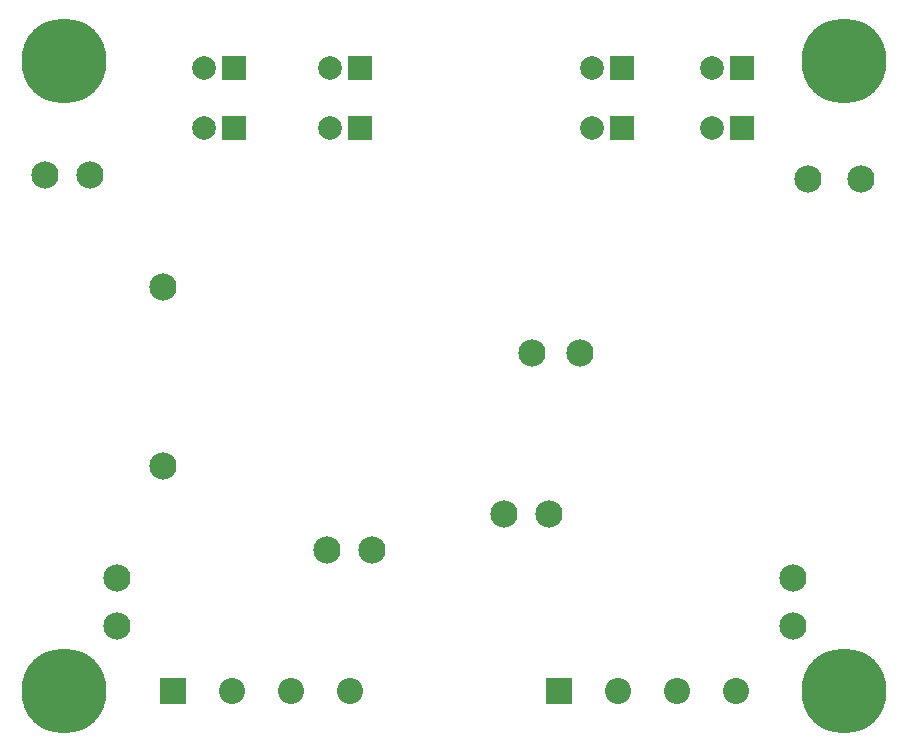
<source format=gbs>
G04*
G04 #@! TF.GenerationSoftware,Altium Limited,Altium Designer,21.1.1 (26)*
G04*
G04 Layer_Color=16711935*
%FSLAX25Y25*%
%MOIN*%
G70*
G04*
G04 #@! TF.SameCoordinates,1B48DBFB-4F0D-4C64-993E-EB7B70E0D2B1*
G04*
G04*
G04 #@! TF.FilePolarity,Negative*
G04*
G01*
G75*
%ADD33C,0.07887*%
%ADD34R,0.07887X0.07887*%
%ADD35R,0.08674X0.08674*%
%ADD36C,0.08674*%
%ADD37C,0.09068*%
%ADD38C,0.28359*%
D33*
X296000Y327500D02*
D03*
Y307500D02*
D03*
X336000Y327500D02*
D03*
Y307500D02*
D03*
X208500Y327500D02*
D03*
Y307500D02*
D03*
X166500Y327500D02*
D03*
Y307500D02*
D03*
D34*
X306000Y327500D02*
D03*
Y307500D02*
D03*
X346000Y327500D02*
D03*
Y307500D02*
D03*
X218500Y327500D02*
D03*
Y307500D02*
D03*
X176500Y327500D02*
D03*
Y307500D02*
D03*
D35*
X156315Y120000D02*
D03*
X285000D02*
D03*
D36*
X176000D02*
D03*
X195685D02*
D03*
X215370D02*
D03*
X304685D02*
D03*
X324370D02*
D03*
X344055D02*
D03*
D37*
X222500Y167000D02*
D03*
X207500D02*
D03*
X363000Y157500D02*
D03*
Y141500D02*
D03*
X137500Y157500D02*
D03*
Y141500D02*
D03*
X292000Y232500D02*
D03*
X276000D02*
D03*
X113500Y292000D02*
D03*
X128500D02*
D03*
X281500Y179000D02*
D03*
X266500D02*
D03*
X368000Y290500D02*
D03*
X385500D02*
D03*
X153000Y195000D02*
D03*
Y254500D02*
D03*
D38*
X120000Y330000D02*
D03*
X380000D02*
D03*
Y120000D02*
D03*
X120000D02*
D03*
M02*

</source>
